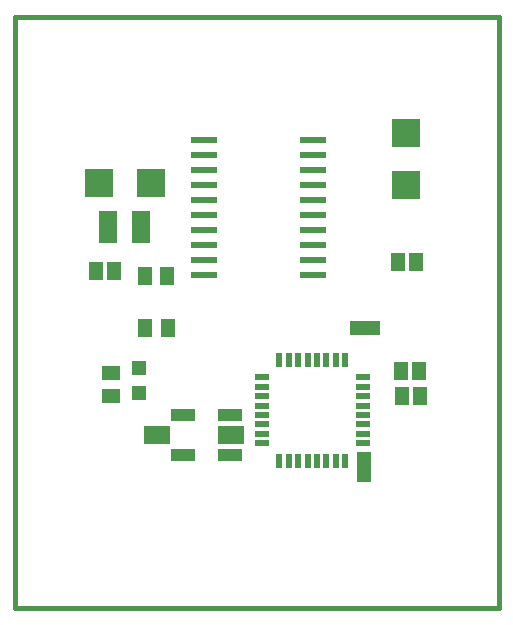
<source format=gtp>
G75*
%MOIN*%
%OFA0B0*%
%FSLAX24Y24*%
%IPPOS*%
%LPD*%
%AMOC8*
5,1,8,0,0,1.08239X$1,22.5*
%
%ADD10C,0.0160*%
%ADD11R,0.0500X0.0220*%
%ADD12R,0.0220X0.0500*%
%ADD13R,0.0472X0.0472*%
%ADD14R,0.0512X0.0630*%
%ADD15R,0.1000X0.0500*%
%ADD16R,0.0500X0.1000*%
%ADD17R,0.0866X0.0236*%
%ADD18R,0.0512X0.0591*%
%ADD19R,0.0630X0.1063*%
%ADD20R,0.0460X0.0630*%
%ADD21R,0.0787X0.0433*%
%ADD22R,0.0591X0.0512*%
%ADD23R,0.0945X0.0945*%
%ADD24R,0.0906X0.0630*%
D10*
X003348Y000180D02*
X019490Y000180D01*
X019490Y019865D01*
X003348Y019865D01*
X003348Y000180D01*
D11*
X011580Y005660D03*
X011580Y005975D03*
X011580Y006290D03*
X011580Y006605D03*
X011580Y006920D03*
X011580Y007235D03*
X011580Y007550D03*
X011580Y007865D03*
X014960Y007865D03*
X014960Y007550D03*
X014960Y007235D03*
X014960Y006920D03*
X014960Y006605D03*
X014960Y006290D03*
X014960Y005975D03*
X014960Y005660D03*
D12*
X014372Y005073D03*
X014057Y005073D03*
X013742Y005073D03*
X013427Y005073D03*
X013112Y005073D03*
X012797Y005073D03*
X012482Y005073D03*
X012167Y005073D03*
X012167Y008453D03*
X012482Y008453D03*
X012797Y008453D03*
X013112Y008453D03*
X013427Y008453D03*
X013742Y008453D03*
X014057Y008453D03*
X014372Y008453D03*
D13*
X007489Y008171D03*
X007489Y007344D03*
D14*
X007701Y009498D03*
X008449Y009498D03*
D15*
X015015Y009518D03*
D16*
X015003Y004866D03*
D17*
X013289Y011273D03*
X013289Y011773D03*
X013289Y012273D03*
X013289Y012773D03*
X013289Y013273D03*
X013289Y013773D03*
X013289Y014273D03*
X013289Y014773D03*
X013289Y015273D03*
X013289Y015773D03*
X009667Y015773D03*
X009667Y015273D03*
X009667Y014773D03*
X009667Y014273D03*
X009667Y013773D03*
X009667Y013273D03*
X009667Y012773D03*
X009667Y012273D03*
X009667Y011773D03*
X009667Y011273D03*
D18*
X008427Y011232D03*
X007679Y011232D03*
D19*
X007568Y012866D03*
X006465Y012866D03*
D20*
X006663Y011410D03*
X006063Y011410D03*
X016129Y011693D03*
X016729Y011693D03*
X016838Y008070D03*
X016238Y008070D03*
X016248Y007230D03*
X016848Y007230D03*
D21*
X010526Y006609D03*
X010526Y005271D03*
X008951Y005271D03*
X008951Y006609D03*
D22*
X006548Y007246D03*
X006548Y007994D03*
D23*
X006172Y014335D03*
X007904Y014335D03*
X016388Y014279D03*
X016388Y016011D03*
D24*
X010568Y005945D03*
X008088Y005945D03*
M02*

</source>
